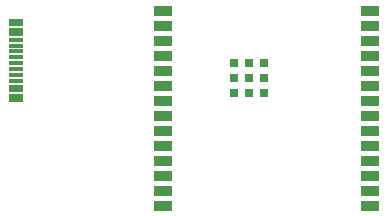
<source format=gbr>
%TF.GenerationSoftware,KiCad,Pcbnew,8.0.3*%
%TF.CreationDate,2024-08-24T23:10:25+09:00*%
%TF.ProjectId,Rustorch,52757374-6f72-4636-982e-6b696361645f,rev?*%
%TF.SameCoordinates,Original*%
%TF.FileFunction,Paste,Top*%
%TF.FilePolarity,Positive*%
%FSLAX46Y46*%
G04 Gerber Fmt 4.6, Leading zero omitted, Abs format (unit mm)*
G04 Created by KiCad (PCBNEW 8.0.3) date 2024-08-24 23:10:25*
%MOMM*%
%LPD*%
G01*
G04 APERTURE LIST*
%ADD10R,1.500000X0.900000*%
%ADD11R,0.800000X0.800000*%
%ADD12R,1.150000X0.300000*%
G04 APERTURE END LIST*
D10*
%TO.C,U1*%
X120455000Y-70654000D03*
X120455000Y-71924000D03*
X120455000Y-73194000D03*
X120455000Y-74464000D03*
X120455000Y-75734000D03*
X120455000Y-77004000D03*
X120455000Y-78274000D03*
X120455000Y-79544000D03*
X120455000Y-80814000D03*
X120455000Y-82084000D03*
X120455000Y-83354000D03*
X120455000Y-84624000D03*
X120455000Y-85894000D03*
X120455000Y-87164000D03*
X137955000Y-87164000D03*
X137955000Y-85894000D03*
X137955000Y-84624000D03*
X137955000Y-83354000D03*
X137955000Y-82084000D03*
X137955000Y-80814000D03*
X137955000Y-79544000D03*
X137955000Y-78274000D03*
X137955000Y-77004000D03*
X137955000Y-75734000D03*
X137955000Y-74464000D03*
X137955000Y-73194000D03*
X137955000Y-71924000D03*
X137955000Y-70654000D03*
D11*
X126450000Y-75124000D03*
X126450000Y-76374000D03*
X126450000Y-77624000D03*
X127700000Y-75124000D03*
X127700000Y-76374000D03*
X127700000Y-77624000D03*
X128950000Y-75124000D03*
X128950000Y-76374000D03*
X128950000Y-77624000D03*
%TD*%
D12*
%TO.C,CN1*%
X107982000Y-71520000D03*
X107982000Y-72320000D03*
X107982000Y-73620000D03*
X107982000Y-74620000D03*
X107982000Y-75120000D03*
X107982000Y-76120000D03*
X107982000Y-77420000D03*
X107982000Y-78220000D03*
X107982000Y-77920000D03*
X107982000Y-77120000D03*
X107982000Y-76620000D03*
X107982000Y-75620000D03*
X107982000Y-74120000D03*
X107982000Y-73120000D03*
X107982000Y-72620000D03*
X107982000Y-71820000D03*
%TD*%
M02*

</source>
